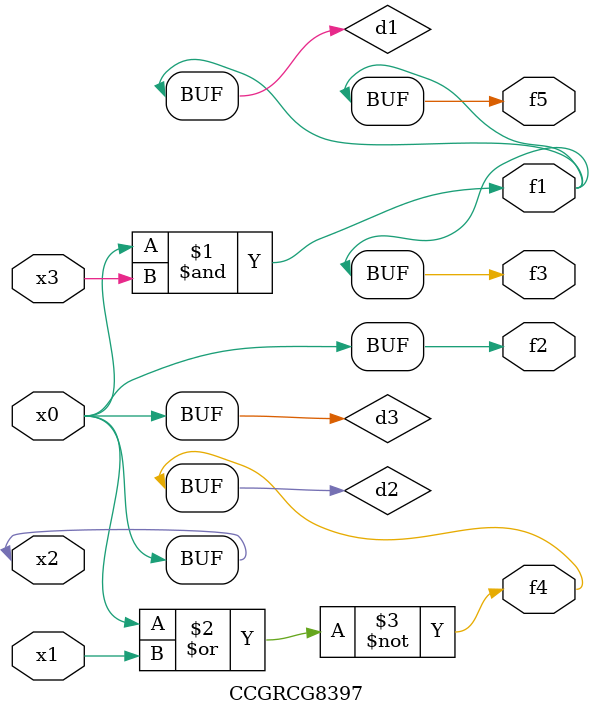
<source format=v>
module CCGRCG8397(
	input x0, x1, x2, x3,
	output f1, f2, f3, f4, f5
);

	wire d1, d2, d3;

	and (d1, x2, x3);
	nor (d2, x0, x1);
	buf (d3, x0, x2);
	assign f1 = d1;
	assign f2 = d3;
	assign f3 = d1;
	assign f4 = d2;
	assign f5 = d1;
endmodule

</source>
